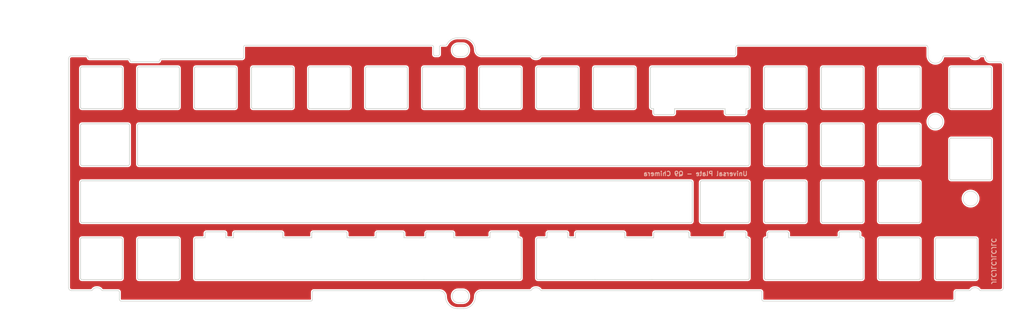
<source format=kicad_pcb>
(kicad_pcb (version 20240108) (generator "pcbnew") (generator_version "8.0")
  (layers (0 "F.Cu" signal) (31 "B.Cu" signal) (34 "B.Paste" user) (35 "F.Paste" user) (36 "B.SilkS" user "B.Silkscreen") (37 "F.SilkS" user "F.Silkscreen") (38 "B.Mask" user) (39 "F.Mask" user) (44 "Edge.Cuts" user))
  (net 0 "")
  (gr_curve (pts (xy 285.010826 92.444424) (xy 285.010826 92.720566) (xy 284.786969 92.944424) (xy 284.510826 92.944424)) (stroke (width 0.25)) (layer "Edge.Cuts"))
  (gr_line (start 264.873862 117.044437) (end 264.873862 115.544437) (stroke (width 0.25)) (layer "Edge.Cuts"))
  (gr_line (start 214.36057 59.894432) (end 227.36057 59.894432) (stroke (width 0.25)) (layer "Edge.Cuts"))
  (gr_line (start 63.466826 56.219437) (end 58.466826 56.219437) (stroke (width 0.2)) (layer "Edge.Cuts"))
  (gr_line (start 176.260834 131.044437) (end 100.06083 131.044437) (stroke (width 0.25)) (layer "Edge.Cuts"))
  (gr_line (start 139.466826 134.719437) (end 181.466828 134.719437) (stroke (width 0.2)) (layer "Edge.Cuts"))
  (gr_line (start 276.923843 73.894432) (end 276.923844 75.394432) (stroke (width 0.25)) (layer "Edge.Cuts"))
  (gr_line (start 180.966826 56.219437) (end 179.966826 56.219437) (stroke (width 0.2)) (layer "Edge.Cuts"))
  (gr_line (start 176.260834 131.044437) (end 208.310834 131.044437) (stroke (width 0.25)) (layer "Edge.Cuts"))
  (gr_line (start 150.073852 115.044437) (end 139.247852 115.044044) (stroke (width 0.25)) (layer "Edge.Cuts"))
  (gr_line (start 61.460575 111.494437) (end 61.460575 98.494437) (stroke (width 0.25)) (layer "Edge.Cuts"))
  (gr_line (start 138.966826 137.719437) (end 138.966826 135.219437) (stroke (width 0.2)) (layer "Edge.Cuts"))
  (gr_curve (pts (xy 195.466826 56.219424) (xy 194.366826 56.219424) (xy 193.466826 55.319424) (xy 193.466826 54.219424)) (stroke (width 0.2)) (layer "Edge.Cuts"))
  (gr_curve (pts (xy 283.423844 75.894432) (xy 283.699987 75.894432) (xy 283.923844 75.670575) (xy 283.923844 75.394432)) (stroke (width 0.25)) (layer "Edge.Cuts"))
  (gr_curve (pts (xy 347.139907 58.718251) (xy 345.771624 58.677154) (xy 344.716805 57.484433) (xy 344.716812 56.115533)) (stroke (width 0.2)) (layer "Edge.Cuts"))
  (gr_curve (pts (xy 94.010567 59.894432) (xy 94.28671 59.894432) (xy 94.510567 60.11829) (xy 94.510567 60.394432)) (stroke (width 0.25)) (layer "Edge.Cuts"))
  (gr_curve (pts (xy 185.716826 54.469437) (xy 185.716826 55.569437) (xy 186.616826 56.469437) (xy 187.716826 56.469437)) (stroke (width 0.2)) (layer "Edge.Cuts"))
  (gr_curve (pts (xy 189.216826 134.469424) (xy 190.316826 134.469424) (xy 191.216826 135.369424) (xy 191.216826 136.469424)) (stroke (width 0.2)) (layer "Edge.Cuts"))
  (gr_curve (pts (xy 260.047844 73.894433) (xy 260.047845 73.894432) (xy 276.923843 73.894432) (xy 276.923843 73.894432)) (stroke (width 0.25)) (layer "Edge.Cuts"))
  (gr_curve (pts (xy 365.97308 73.394432) (xy 365.97308 73.670575) (xy 365.749223 73.894432) (xy 365.47308 73.894432)) (stroke (width 0.25)) (layer "Edge.Cuts"))
  (gr_curve (pts (xy 61.460826 79.444437) (xy 61.460826 79.168295) (xy 61.722756 78.944437) (xy 62.045862 78.944437)) (stroke (width 0.25)) (layer "Edge.Cuts"))
  (gr_curve (pts (xy 328.66058 92.944432) (xy 328.384438 92.944432) (xy 328.16058 92.720575) (xy 328.16058 92.444432)) (stroke (width 0.25)) (layer "Edge.Cuts"))
  (gr_line (start 358.579502 56.21944) (end 350.173981 56.21945) (stroke (width 0.2)) (layer "Edge.Cuts"))
  (gr_line (start 243.410736 117.044043) (end 253.047723 117.044437) (stroke (width 0.25)) (layer "Edge.Cuts"))
  (gr_curve (pts (xy 309.610575 73.894432) (xy 309.334433 73.894432) (xy 309.110575 73.670575) (xy 309.110575 73.394432)) (stroke (width 0.25)) (layer "Edge.Cuts"))
  (gr_curve (pts (xy 156.710575 60.394432) (xy 156.710575 60.11829) (xy 156.934433 59.894432) (xy 157.210575 59.894432)) (stroke (width 0.25)) (layer "Edge.Cuts"))
  (gr_line (start 160.210575 115.544044) (end 160.210575 117.044043) (stroke (width 0.25)) (layer "Edge.Cuts"))
  (gr_curve (pts (xy 94.510567 73.394432) (xy 94.510567 73.670575) (xy 94.28671 73.894432) (xy 94.010567 73.894432)) (stroke (width 0.25)) (layer "Edge.Cuts"))
  (gr_line (start 157.210575 59.894432) (end 170.210575 59.894432) (stroke (width 0.25)) (layer "Edge.Cuts"))
  (gr_line (start 169.123852 115.044044) (end 160.710575 115.044044) (stroke (width 0.25)) (layer "Edge.Cuts"))
  (gr_line (start 341.66058 131.044442) (end 328.66058 131.044442) (stroke (width 0.25)) (layer "Edge.Cuts"))
  (gr_line (start 193.466826 54.219424) (end 193.466826 54.21942) (stroke (width 0.2)) (layer "Edge.Cuts"))
  (gr_curve (pts (xy 328.16058 60.394432) (xy 328.16058 60.11829) (xy 328.384438 59.894432) (xy 328.66058 59.894432)) (stroke (width 0.25)) (layer "Edge.Cuts"))
  (gr_line (start 113.560569 60.394432) (end 113.560569 73.394432) (stroke (width 0.25)) (layer "Edge.Cuts"))
  (gr_line (start 150.573852 117.044437) (end 150.573852 115.544437) (stroke (width 0.25)) (layer "Edge.Cuts"))
  (gr_line (start 365.47308 97.706932) (end 352.47308 97.706932) (stroke (width 0.25)) (layer "Edge.Cuts"))
  (gr_line (start 61.960575 97.994437) (end 265.460575 97.994437) (stroke (width 0.25)) (layer "Edge.Cuts"))
  (gr_curve (pts (xy 361.21056 130.544442) (xy 361.21056 130.820585) (xy 360.986703 131.044442) (xy 360.71056 131.044442)) (stroke (width 0.25)) (layer "Edge.Cuts"))
  (gr_curve (pts (xy 309.610555 111.994432) (xy 309.334413 111.994432) (xy 309.110555 111.770575) (xy 309.110555 111.494432)) (stroke (width 0.25)) (layer "Edge.Cuts"))
  (gr_curve (pts (xy 361.899012 56.517557) (xy 361.708769 56.92424) (xy 361.139508 57.219437) (xy 360.466826 57.219437)) (stroke (width 0.2)) (layer "Edge.Cuts"))
  (gr_curve (pts (xy 74.960572 59.894432) (xy 75.236715 59.894432) (xy 75.460572 60.11829) (xy 75.460572 60.394432)) (stroke (width 0.25)) (layer "Edge.Cuts"))
  (gr_line (start 289.716826 138.219437) (end 353.216826 138.219437) (stroke (width 0.2)) (layer "Edge.Cuts"))
  (gr_line (start 284.510701 117.044437) (end 283.92372 117.044437) (stroke (width 0.25)) (layer "Edge.Cuts"))
  (gr_line (start 304.06057 79.444432) (end 304.06057 92.444432) (stroke (width 0.25)) (layer "Edge.Cuts"))
  (gr_curve (pts (xy 75.460834 130.544437) (xy 75.460834 130.82058) (xy 75.236976 131.044437) (xy 74.960834 131.044437)) (stroke (width 0.25)) (layer "Edge.Cuts"))
  (gr_line (start 226.885744 115.544044) (end 226.885743 117.044044) (stroke (width 0.25)) (layer "Edge.Cuts"))
  (gr_line (start 309.61057 78.944432) (end 322.61057 78.944432) (stroke (width 0.25)) (layer "Edge.Cuts"))
  (gr_line (start 352.47308 83.706932) (end 365.47308 83.706932) (stroke (width 0.25)) (layer "Edge.Cuts"))
  (gr_line (start 175.76057 73.394432) (end 175.76057 60.394432) (stroke (width 0.25)) (layer "Edge.Cuts"))
  (gr_line (start 322.02358 117.044044) (end 322.02358 115.544044) (stroke (width 0.25)) (layer "Edge.Cuts"))
  (gr_line (start 304.060555 98.494432) (end 304.060555 111.494432) (stroke (width 0.25)) (layer "Edge.Cuts"))
  (gr_line (start 68.854151 134.719437) (end 73.966828 134.719437) (stroke (width 0.2)) (layer "Edge.Cuts"))
  (gr_curve (pts (xy 368.966826 134.719437) (xy 369.519111 134.719437) (xy 369.966826 134.271722) (xy 369.966826 133.719437)) (stroke (width 0.2)) (layer "Edge.Cuts"))
  (gr_curve (pts (xy 208.810834 117.544437) (xy 208.810834 117.268295) (xy 208.586977 117.044437) (xy 208.310834 117.044437)) (stroke (width 0.25)) (layer "Edge.Cuts"))
  (gr_curve (pts (xy 80.510829 117.544437) (xy 80.510829 117.268295) (xy 80.734686 117.044437) (xy 81.010829 117.044437)) (stroke (width 0.25)) (layer "Edge.Cuts"))
  (gr_curve (pts (xy 212.284591 56.517507) (xy 212.200778 56.33833) (xy 212.029031 56.219437) (xy 211.83122 56.219437)) (stroke (width 0.2)) (layer "Edge.Cuts"))
  (gr_line (start 160.210575 117.044043) (end 150.573852 117.044437) (stroke (width 0.25)) (layer "Edge.Cuts"))
  (gr_line (start 322.61057 92.944432) (end 309.61057 92.944432) (stroke (width 0.25)) (layer "Edge.Cuts"))
  (gr_line (start 354.216826 134.719437) (end 358.579503 134.719435) (stroke (width 0.2)) (layer "Edge.Cuts"))
  (gr_curve (pts (xy 268.629819 98.494432) (xy 268.629819 98.21829) (xy 268.891749 97.994432) (xy 269.214855 97.994432)) (stroke (width 0.25)) (layer "Edge.Cuts"))
  (gr_curve (pts (xy 283.923721 115.544437) (xy 283.923721 115.268295) (xy 283.699863 115.044437) (xy 283.423721 115.044437)) (stroke (width 0.25)) (layer "Edge.Cuts"))
  (gr_line (start 363.966826 56.719439) (end 363.966826 56.719437) (stroke (width 0.2)) (layer "Edge.Cuts"))
  (gr_curve (pts (xy 290.06057 60.394432) (xy 290.06057 60.11829) (xy 290.284428 59.894432) (xy 290.56057 59.894432)) (stroke (width 0.25)) (layer "Edge.Cuts"))
  (gr_curve (pts (xy 309.110575 60.394432) (xy 309.110575 60.11829) (xy 309.334433 59.894432) (xy 309.610575 59.894432)) (stroke (width 0.25)) (layer "Edge.Cuts"))
  (gr_line (start 94.010829 131.044437) (end 81.010829 131.044437) (stroke (width 0.25)) (layer "Edge.Cuts"))
  (gr_curve (pts (xy 290.56057 73.894432) (xy 290.284428 73.894432) (xy 290.06057 73.670575) (xy 290.06057 73.394432)) (stroke (width 0.25)) (layer "Edge.Cuts"))
  (gr_curve (pts (xy 208.310834 131.044437) (xy 208.586977 131.044437) (xy 208.810834 130.82058) (xy 208.810834 130.544437)) (stroke (width 0.25)) (layer "Edge.Cuts"))
  (gr_line (start 360.71056 131.044442) (end 347.71056 131.044442) (stroke (width 0.25)) (layer "Edge.Cuts"))
  (gr_line (start 284.510826 92.944424) (end 81.010826 92.944424) (stroke (width 0.25)) (layer "Edge.Cuts"))
  (gr_curve (pts (xy 342.160565 111.494432) (xy 342.160565 111.770575) (xy 341.936708 111.994432) (xy 341.660565 111.994432)) (stroke (width 0.25)) (layer "Edge.Cuts"))
  (gr_curve (pts (xy 342.16058 73.394432) (xy 342.16058 73.670575) (xy 341.936723 73.894432) (xy 341.66058 73.894432)) (stroke (width 0.25)) (layer "Edge.Cuts"))
  (gr_line (start 341.66058 92.944432) (end 328.66058 92.944432) (stroke (width 0.25)) (layer "Edge.Cuts"))
  (gr_curve (pts (xy 284.510824 73.894432) (xy 284.786967 73.894432) (xy 285.010824 73.670575) (xy 285.010824 73.394432)) (stroke (width 0.25)) (layer "Edge.Cuts"))
  (gr_line (start 285.010819 98.494432) (end 285.010819 111.494432) (stroke (width 0.25)) (layer "Edge.Cuts"))
  (gr_curve (pts (xy 81.010826 92.944424) (xy 80.734684 92.944424) (xy 80.510826 92.720566) (xy 80.510826 92.444424)) (stroke (width 0.25)) (layer "Edge.Cuts"))
  (gr_line (start 87.966826 57.719437) (end 87.966826 57.719438) (stroke (width 0.2)) (layer "Edge.Cuts"))
  (gr_curve (pts (xy 347.21056 117.544442) (xy 347.21056 117.2683) (xy 347.434418 117.044442) (xy 347.71056 117.044442)) (stroke (width 0.25)) (layer "Edge.Cuts"))
  (gr_curve (pts (xy 351.97308 84.206932) (xy 351.97308 83.93079) (xy 352.196938 83.706932) (xy 352.47308 83.706932)) (stroke (width 0.25)) (layer "Edge.Cuts"))
  (gr_line (start 344.104454 52.719437) (end 281.079199 52.719437) (stroke (width 0.2)) (layer "Edge.Cuts"))
  (gr_curve (pts (xy 160.710575 115.044044) (xy 160.434433 115.044044) (xy 160.210575 115.267901) (xy 160.210575 115.544044)) (stroke (width 0.25)) (layer "Edge.Cuts"))
  (gr_curve (pts (xy 309.11057 79.444432) (xy 309.11057 79.16829) (xy 309.334428 78.944432) (xy 309.61057 78.944432)) (stroke (width 0.25)) (layer "Edge.Cuts"))
  (gr_line (start 246.91058 60.394432) (end 246.91058 73.394432) (stroke (width 0.25)) (layer "Edge.Cuts"))
  (gr_line (start 260.047844 75.394432) (end 260.047844 73.894433) (stroke (width 0.25)) (layer "Edge.Cuts"))
  (gr_curve (pts (xy 181.466828 134.719437) (xy 182.566827 134.719437) (xy 183.466826 135.619437) (xy 183.466826 136.719435)) (stroke (width 0.2)) (layer "Edge.Cuts"))
  (gr_line (start 179.466826 55.719437) (end 179.466826 53.219437) (stroke (width 0.2)) (layer "Edge.Cuts"))
  (gr_curve (pts (xy 281.079199 52.719437) (xy 280.742394 52.719437) (xy 280.466826 52.995005) (xy 280.466826 53.33181)) (stroke (width 0.2)) (layer "Edge.Cuts"))
  (gr_curve (pts (xy 322.610575 59.894432) (xy 322.886718 59.894432) (xy 323.110575 60.11829) (xy 323.110575 60.394432)) (stroke (width 0.25)) (layer "Edge.Cuts"))
  (gr_curve (pts (xy 99.560569 60.394432) (xy 99.560569 60.11829) (xy 99.784427 59.894432) (xy 100.060569 59.894432)) (stroke (width 0.25)) (layer "Edge.Cuts"))
  (gr_curve (pts (xy 61.960834 131.044437) (xy 61.684691 131.044437) (xy 61.460834 130.82058) (xy 61.460834 130.544437)) (stroke (width 0.25)) (layer "Edge.Cuts"))
  (gr_curve (pts (xy 251.960824 73.394432) (xy 251.960824 73.670575) (xy 252.184682 73.894432) (xy 252.460824 73.894432)) (stroke (width 0.25)) (layer "Edge.Cuts"))
  (gr_line (start 279.854454 56.219437) (end 215.604152 56.219439) (stroke (width 0.2)) (layer "Edge.Cuts"))
  (gr_line (start 191.216826 136.469424) (end 191.216826 136.719424) (stroke (width 0.2)) (layer "Edge.Cuts"))
  (gr_line (start 284.510824 59.894432) (end 252.460824 59.894432) (stroke (width 0.25)) (layer "Edge.Cuts"))
  (gr_line (start 276.923721 115.544437) (end 276.92372 117.044437) (stroke (width 0.25)) (layer "Edge.Cuts"))
  (gr_line (start 283.923844 75.394432) (end 283.923844 73.894432) (stroke (width 0.25)) (layer "Edge.Cuts"))
  (gr_curve (pts (xy 193.466826 54.21942) (xy 193.466826 52.019422) (xy 191.666828 50.219424) (xy 189.46683 50.219424)) (stroke (width 0.2)) (layer "Edge.Cuts"))
  (gr_line (start 242.910736 115.044044) (end 227.385744 115.044044) (stroke (width 0.25)) (layer "Edge.Cuts"))
  (gr_line (start 309.610555 97.994432) (end 322.610555 97.994432) (stroke (width 0.25)) (layer "Edge.Cuts"))
  (gr_line (start 285.010826 79.444424) (end 285.010826 92.444424) (stroke (width 0.25)) (layer "Edge.Cuts"))
  (gr_curve (pts (xy 213.716826 133.719437) (xy 214.389534 133.719437) (xy 214.958813 134.014658) (xy 215.149057 134.421362)) (stroke (width 0.2)) (layer "Edge.Cuts"))
  (gr_line (start 156.710575 73.394432) (end 156.710575 60.394432) (stroke (width 0.25)) (layer "Edge.Cuts"))
  (gr_curve (pts (xy 298.14758 115.544044) (xy 298.14758 115.267901) (xy 297.923723 115.044044) (xy 297.64758 115.044044)) (stroke (width 0.25)) (layer "Edge.Cuts"))
  (gr_line (start 341.660565 111.994432) (end 328.660565 111.994432) (stroke (width 0.25)) (layer "Edge.Cuts"))
  (gr_line (start 328.66058 117.044442) (end 341.66058 117.044442) (stroke (width 0.25)) (layer "Edge.Cuts"))
  (gr_curve (pts (xy 181.466826 55.719437) (xy 181.466826 55.994437) (xy 181.241826 56.219437) (xy 180.966826 56.219437)) (stroke (width 0.2)) (layer "Edge.Cuts"))
  (gr_line (start 99.56083 130.544437) (end 99.56083 117.544437) (stroke (width 0.25)) (layer "Edge.Cuts"))
  (gr_line (start 290.560555 97.994432) (end 303.560555 97.994432) (stroke (width 0.25)) (layer "Edge.Cuts"))
  (gr_curve (pts (xy 94.510829 130.544437) (xy 94.510829 130.82058) (xy 94.286971 131.044437) (xy 94.010829 131.044437)) (stroke (width 0.25)) (layer "Edge.Cuts"))
  (gr_line (start 298.14758 117.044043) (end 298.14758 115.544044) (stroke (width 0.25)) (layer "Edge.Cuts"))
  (gr_curve (pts (xy 61.960575 111.994437) (xy 61.684433 111.994437) (xy 61.460575 111.77058) (xy 61.460575 111.494437)) (stroke (width 0.25)) (layer "Edge.Cuts"))
  (gr_curve (pts (xy 214.36057 73.894432) (xy 214.084428 73.894432) (xy 213.86057 73.670575) (xy 213.86057 73.394432)) (stroke (width 0.25)) (layer "Edge.Cuts"))
  (gr_line (start 75.460572 60.394432) (end 75.460572 73.394432) (stroke (width 0.25)) (layer "Edge.Cuts"))
  (gr_curve (pts (xy 365.47308 83.706932) (xy 365.749223 83.706932) (xy 365.97308 83.93079) (xy 365.97308 84.206932)) (stroke (width 0.25)) (layer "Edge.Cuts"))
  (gr_curve (pts (xy 138.466826 138.219437) (xy 138.741826 138.219437) (xy 138.966826 137.994437) (xy 138.966826 137.719437)) (stroke (width 0.2)) (layer "Edge.Cuts"))
  (gr_curve (pts (xy 189.26057 59.894432) (xy 189.536713 59.894432) (xy 189.76057 60.11829) (xy 189.76057 60.394432)) (stroke (width 0.25)) (layer "Edge.Cuts"))
  (gr_line (start 323.110575 60.394432) (end 323.110575 73.394432) (stroke (width 0.25)) (layer "Edge.Cuts"))
  (gr_line (start 80.510567 73.394432) (end 80.510567 60.394432) (stroke (width 0.25)) (layer "Edge.Cuts"))
  (gr_line (start 328.660565 97.994432) (end 341.660565 97.994432) (stroke (width 0.25)) (layer "Edge.Cuts"))
  (gr_curve (pts (xy 322.610555 97.994432) (xy 322.886698 97.994432) (xy 323.110555 98.21829) (xy 323.110555 98.494432)) (stroke (width 0.25)) (layer "Edge.Cuts"))
  (gr_curve (pts (xy 227.36057 59.894432) (xy 227.636713 59.894432) (xy 227.86057 60.11829) (xy 227.86057 60.394432)) (stroke (width 0.25)) (layer "Edge.Cuts"))
  (gr_curve (pts (xy 246.41058 59.894432) (xy 246.686723 59.894432) (xy 246.91058 60.11829) (xy 246.91058 60.394432)) (stroke (width 0.25)) (layer "Edge.Cuts"))
  (gr_line (start 352.47308 59.894432) (end 365.47308 59.894432) (stroke (width 0.25)) (layer "Edge.Cuts"))
  (gr_curve (pts (xy 211.829502 134.719437) (xy 212.027312 134.719437) (xy 212.200778 134.600545) (xy 212.284591 134.421368)) (stroke (width 0.2)) (layer "Edge.Cuts"))
  (gr_curve (pts (xy 113.060569 59.894432) (xy 113.336711 59.894432) (xy 113.560569 60.11829) (xy 113.560569 60.394432)) (stroke (width 0.25)) (layer "Edge.Cuts"))
  (gr_line (start 283.923844 73.894432) (end 284.510824 73.894432) (stroke (width 0.25)) (layer "Edge.Cuts"))
  (gr_curve (pts (xy 259.547844 75.894432) (xy 259.823987 75.894432) (xy 260.047844 75.670575) (xy 260.047844 75.394432)) (stroke (width 0.25)) (layer "Edge.Cuts"))
  (gr_line (start 323.110555 98.494432) (end 323.110555 111.494432) (stroke (width 0.25)) (layer "Edge.Cuts"))
  (gr_curve (pts (xy 170.710575 73.394432) (xy 170.710575 73.670575) (xy 170.486718 73.894432) (xy 170.210575 73.894432)) (stroke (width 0.25)) (layer "Edge.Cuts"))
  (gr_curve (pts (xy 138.966826 135.219437) (xy 138.966826 134.944437) (xy 139.191826 134.719437) (xy 139.466826 134.719437)) (stroke (width 0.2)) (layer "Edge.Cuts"))
  (gr_curve (pts (xy 151.160565 59.894432) (xy 151.436708 59.894432) (xy 151.660565 60.11829) (xy 151.660565 60.394432)) (stroke (width 0.25)) (layer "Edge.Cuts"))
  (gr_line (start 115.966826 56.719437) (end 115.966826 56.719438) (stroke (width 0.2)) (layer "Edge.Cuts"))
  (gr_curve (pts (xy 290.06057 79.444432) (xy 290.06057 79.16829) (xy 290.284428 78.944432) (xy 290.56057 78.944432)) (stroke (width 0.25)) (layer "Edge.Cuts"))
  (gr_line (start 103.060848 115.544044) (end 103.060847 117.044044) (stroke (width 0.25)) (layer "Edge.Cuts"))
  (gr_line (start 232.91058 73.394432) (end 232.91058 60.394432) (stroke (width 0.25)) (layer "Edge.Cuts"))
  (gr_curve (pts (xy 215.604152 56.219439) (xy 215.406324 56.219439) (xy 215.232852 56.338349) (xy 215.149029 56.51754)) (stroke (width 0.2)) (layer "Edge.Cuts"))
  (gr_line (start 217.860832 115.044437) (end 223.860832 115.044437) (stroke (width 0.25)) (layer "Edge.Cuts"))
  (gr_curve (pts (xy 94.010829 117.044437) (xy 94.286971 117.044437) (xy 94.510829 117.268295) (xy 94.510829 117.544437)) (stroke (width 0.25)) (layer "Edge.Cuts"))
  (gr_curve (pts (xy 213.86057 60.394432) (xy 213.86057 60.11829) (xy 214.084428 59.894432) (xy 214.36057 59.894432)) (stroke (width 0.25)) (layer "Edge.Cuts"))
  (gr_line (start 351.97308 97.206932) (end 351.97308 84.206932) (stroke (width 0.25)) (layer "Edge.Cuts"))
  (gr_curve (pts (xy 57.466826 133.719437) (xy 57.466826 134.271722) (xy 57.914542 134.719437) (xy 58.466826 134.719437)) (stroke (width 0.2)) (layer "Edge.Cuts"))
  (gr_line (start 213.860832 130.544437) (end 213.860832 117.544437) (stroke (width 0.25)) (layer "Edge.Cuts"))
  (gr_curve (pts (xy 208.31057 59.894432) (xy 208.586713 59.894432) (xy 208.81057 60.11829) (xy 208.81057 60.394432)) (stroke (width 0.25)) (layer "Edge.Cuts"))
  (gr_curve (pts (xy 284.425784 97.994432) (xy 284.74889 97.994432) (xy 285.010819 98.21829) (xy 285.010819 98.494432)) (stroke (width 0.25)) (layer "Edge.Cuts"))
  (gr_line (start 280.466826 53.33181) (end 280.466826 55.607065) (stroke (width 0.2)) (layer "Edge.Cuts"))
  (gr_line (start 369.966826 133.719437) (end 369.966826 59.219437) (stroke (width 0.2)) (layer "Edge.Cuts"))
  (gr_curve (pts (xy 187.716826 52.219437) (xy 186.616826 52.219437) (xy 185.716826 53.119437) (xy 185.716826 54.219437)) (stroke (width 0.2)) (layer "Edge.Cuts"))
  (gr_line (start 214.360832 117.044437) (end 217.360832 117.044437) (stroke (width 0.25)) (layer "Edge.Cuts"))
  (gr_line (start 341.66058 73.894432) (end 328.66058 73.894432) (stroke (width 0.25)) (layer "Edge.Cuts"))
  (gr_curve (pts (xy 341.66058 78.944432) (xy 341.936723 78.944432) (xy 342.16058 79.16829) (xy 342.16058 79.444432)) (stroke (width 0.25)) (layer "Edge.Cuts"))
  (gr_curve (pts (xy 304.06057 92.444432) (xy 304.06057 92.720575) (xy 303.836713 92.944432) (xy 303.56057 92.944432)) (stroke (width 0.25)) (layer "Edge.Cuts"))
  (gr_curve (pts (xy 65.534608 134.421351) (xy 65.724851 134.014652) (xy 66.294126 133.719437) (xy 66.966826 133.719437)) (stroke (width 0.2)) (layer "Edge.Cuts"))
  (gr_curve (pts (xy 63.966826 56.719437) (xy 63.966826 56.444437) (xy 63.741826 56.219437) (xy 63.466826 56.219437)) (stroke (width 0.2)) (layer "Edge.Cuts"))
  (gr_curve (pts (xy 186.260834 115.544437) (xy 186.260834 115.268295) (xy 186.036977 115.044437) (xy 185.760834 115.044437)) (stroke (width 0.25)) (layer "Edge.Cuts"))
  (gr_line (start 74.960834 131.044437) (end 61.960834 131.044437) (stroke (width 0.25)) (layer "Edge.Cuts"))
  (gr_curve (pts (xy 65.079502 134.719437) (xy 65.277321 134.719437) (xy 65.45079 134.600535) (xy 65.534608 134.421351)) (stroke (width 0.2)) (layer "Edge.Cuts"))
  (gr_curve (pts (xy 61.960572 73.894432) (xy 61.68443 73.894432) (xy 61.460572 73.670575) (xy 61.460572 73.394432)) (stroke (width 0.25)) (layer "Edge.Cuts"))
  (gr_line (start 309.11057 92.444432) (end 309.11057 79.444432) (stroke (width 0.25)) (layer "Edge.Cuts"))
  (gr_curve (pts (xy 75.460572 73.394432) (xy 75.460572 73.670575) (xy 75.236715 73.894432) (xy 74.960572 73.894432)) (stroke (width 0.25)) (layer "Edge.Cuts"))
  (gr_curve (pts (xy 150.573852 115.544437) (xy 150.573852 115.268294) (xy 150.349995 115.044437) (xy 150.073852 115.044437)) (stroke (width 0.25)) (layer "Edge.Cuts"))
  (gr_line (start 74.466826 135.219436) (end 74.466826 137.719437) (stroke (width 0.2)) (layer "Edge.Cuts"))
  (gr_line (start 115.966826 53.219437) (end 115.966826 56.719437) (stroke (width 0.2)) (layer "Edge.Cuts"))
  (gr_curve (pts (xy 290.560555 111.994432) (xy 290.284413 111.994432) (xy 290.060555 111.770575) (xy 290.060555 111.494432)) (stroke (width 0.25)) (layer "Edge.Cuts"))
  (gr_curve (pts (xy 253.547721 115.044437) (xy 253.271579 115.044437) (xy 253.047721 115.268295) (xy 253.047721 115.544437)) (stroke (width 0.25)) (layer "Edge.Cuts"))
  (gr_line (start 185.716826 136.719424) (end 185.716826 136.469424) (stroke (width 0.2)) (layer "Edge.Cuts"))
  (gr_line (start 224.360832 115.544437) (end 224.360832 117.044437) (stroke (width 0.25)) (layer "Edge.Cuts"))
  (gr_line (start 290.060555 111.494432) (end 290.060555 98.494432) (stroke (width 0.25)) (layer "Edge.Cuts"))
  (gr_curve (pts (xy 215.149029 56.51754) (xy 214.958786 56.924232) (xy 214.389518 57.219437) (xy 213.716826 57.219437)) (stroke (width 0.2)) (layer "Edge.Cuts"))
  (gr_line (start 224.360832 117.044437) (end 226.885743 117.044044) (stroke (width 0.25)) (layer "Edge.Cuts"))
  (gr_line (start 151.660565 60.394432) (end 151.660565 73.394432) (stroke (width 0.25)) (layer "Edge.Cuts"))
  (gr_curve (pts (xy 323.11056 117.544044) (xy 323.11056 117.267901) (xy 322.886703 117.044044) (xy 322.61056 117.044044)) (stroke (width 0.25)) (layer "Edge.Cuts"))
  (gr_curve (pts (xy 365.466824 58.219437) (xy 364.641826 58.219437) (xy 363.966826 57.544438) (xy 363.966826 56.719439)) (stroke (width 0.2)) (layer "Edge.Cuts"))
  (gr_curve (pts (xy 365.97308 97.206932) (xy 365.97308 97.483075) (xy 365.749223 97.706932) (xy 365.47308 97.706932)) (stroke (width 0.25)) (layer "Edge.Cuts"))
  (gr_curve (pts (xy 61.460834 117.544437) (xy 61.460834 117.268295) (xy 61.684691 117.044437) (xy 61.960834 117.044437)) (stroke (width 0.25)) (layer "Edge.Cuts"))
  (gr_curve (pts (xy 177.347854 115.044437) (xy 177.071712 115.044437) (xy 176.847854 115.268295) (xy 176.847854 115.544437)) (stroke (width 0.25)) (layer "Edge.Cuts"))
  (gr_curve (pts (xy 187.716826 138.719424) (xy 186.616826 138.719424) (xy 185.716826 137.819424) (xy 185.716826 136.719424)) (stroke (width 0.2)) (layer "Edge.Cuts"))
  (gr_curve (pts (xy 175.76057 60.394432) (xy 175.76057 60.11829) (xy 175.984428 59.894432) (xy 176.26057 59.894432)) (stroke (width 0.25)) (layer "Edge.Cuts"))
  (gr_line (start 253.547844 75.894432) (end 259.547844 75.894432) (stroke (width 0.25)) (layer "Edge.Cuts"))
  (gr_line (start 170.210575 73.894432) (end 157.210575 73.894432) (stroke (width 0.25)) (layer "Edge.Cuts"))
  (gr_curve (pts (xy 189.216826 56.469437) (xy 190.316826 56.469437) (xy 191.216826 55.569437) (xy 191.216826 54.469437)) (stroke (width 0.2)) (layer "Edge.Cuts"))
  (gr_line (start 290.06057 92.444432) (end 290.06057 79.444432) (stroke (width 0.25)) (layer "Edge.Cuts"))
  (gr_curve (pts (xy 280.466826 55.607065) (xy 280.466826 55.94387) (xy 280.191259 56.219437) (xy 279.854454 56.219437)) (stroke (width 0.2)) (layer "Edge.Cuts"))
  (gr_curve (pts (xy 322.02358 115.544044) (xy 322.02358 115.267901) (xy 321.799723 115.044044) (xy 321.52358 115.044044)) (stroke (width 0.25)) (layer "Edge.Cuts"))
  (gr_curve (pts (xy 360.466826 133.719437) (xy 361.139505 133.719437) (xy 361.708763 134.014632) (xy 361.899006 134.421313)) (stroke (width 0.2)) (layer "Edge.Cuts"))
  (gr_line (start 61.960834 117.044437) (end 74.960834 117.044437) (stroke (width 0.25)) (layer "Edge.Cuts"))
  (gr_curve (pts (xy 88.466825 57.219437) (xy 88.191826 57.219437) (xy 87.966826 57.444437) (xy 87.966826 57.719437)) (stroke (width 0.2)) (layer "Edge.Cuts"))
  (gr_curve (pts (xy 232.91058 60.394432) (xy 232.91058 60.11829) (xy 233.134438 59.894432) (xy 233.41058 59.894432)) (stroke (width 0.25)) (layer "Edge.Cuts"))
  (gr_curve (pts (xy 227.385744 115.044044) (xy 227.109602 115.044044) (xy 226.885744 115.267902) (xy 226.885744 115.544044)) (stroke (width 0.25)) (layer "Edge.Cuts"))
  (gr_curve (pts (xy 227.86057 73.394432) (xy 227.86057 73.670575) (xy 227.636713 73.894432) (xy 227.36057 73.894432)) (stroke (width 0.25)) (layer "Edge.Cuts"))
  (gr_curve (pts (xy 285.010819 111.494432) (xy 285.010819 111.770575) (xy 284.74889 111.994432) (xy 284.425784 111.994432)) (stroke (width 0.25)) (layer "Edge.Cuts"))
  (gr_curve (pts (xy 74.960834 117.044437) (xy 75.236976 117.044437) (xy 75.460834 117.268295) (xy 75.460834 117.544437)) (stroke (width 0.25)) (layer "Edge.Cuts"))
  (gr_line (start 365.47308 73.894432) (end 352.47308 73.894432) (stroke (width 0.25)) (layer "Edge.Cuts"))
  (gr_line (start 183.429441 52.719106) (end 181.966717 52.719435) (stroke (width 0.2)) (layer "Edge.Cuts"))
  (gr_curve (pts (xy 328.660565 111.994432) (xy 328.384423 111.994432) (xy 328.160565 111.770575) (xy 328.160565 111.494432)) (stroke (width 0.25)) (layer "Edge.Cuts"))
  (gr_curve (pts (xy 128.610832 115.044044) (xy 128.886974 115.044044) (xy 129.110832 115.267901) (xy 129.110832 115.544044)) (stroke (width 0.25)) (layer "Edge.Cuts"))
  (gr_curve (pts (xy 369.966826 59.219437) (xy 369.966826 58.669437) (xy 369.516826 58.219437) (xy 368.966826 58.219437)) (stroke (width 0.2)) (layer "Edge.Cuts"))
  (gr_line (start 109.560848 115.044044) (end 103.560848 115.044044) (stroke (width 0.25)) (layer "Edge.Cuts"))
  (gr_line (start 183.466826 136.719435) (end 183.466826 136.719441) (stroke (width 0.2)) (layer "Edge.Cuts"))
  (gr_line (start 342.160565 98.494432) (end 342.160565 111.494432) (stroke (width 0.25)) (layer "Edge.Cuts"))
  (gr_curve (pts (xy 253.047844 75.394432) (xy 253.047844 75.670575) (xy 253.271702 75.894432) (xy 253.547844 75.894432)) (stroke (width 0.25)) (layer "Edge.Cuts"))
  (gr_line (start 61.460834 130.544437) (end 61.460834 117.544437) (stroke (width 0.25)) (layer "Edge.Cuts"))
  (gr_line (start 246.41058 73.894432) (end 233.41058 73.894432) (stroke (width 0.25)) (layer "Edge.Cuts"))
  (gr_line (start 189.26057 73.894432) (end 176.26057 73.894432) (stroke (width 0.25)) (layer "Edge.Cuts"))
  (gr_line (start 129.110832 117.044435) (end 138.160832 117.044044) (stroke (width 0.25)) (layer "Edge.Cuts"))
  (gr_line (start 176.26057 59.894432) (end 189.26057 59.894432) (stroke (width 0.25)) (layer "Edge.Cuts"))
  (gr_curve (pts (xy 187.466822 50.219424) (xy 185.901109 50.219424) (xy 184.537996 51.131124) (xy 183.882205 52.449898)) (stroke (width 0.2)) (layer "Edge.Cuts"))
  (gr_curve (pts (xy 181.966717 52.719435) (xy 181.691777 52.719496) (xy 181.466826 52.944498) (xy 181.466826 53.219437)) (stroke (width 0.2)) (layer "Edge.Cuts"))
  (gr_line (start 353.716826 137.719437) (end 353.716826 135.219437) (stroke (width 0.2)) (layer "Edge.Cuts"))
  (gr_line (start 100.060569 59.894432) (end 113.060569 59.894432) (stroke (width 0.25)) (layer "Edge.Cuts"))
  (gr_curve (pts (xy 309.110555 98.494432) (xy 309.110555 98.21829) (xy 309.334413 97.994432) (xy 309.610555 97.994432)) (stroke (width 0.25)) (layer "Edge.Cuts"))
  (gr_curve (pts (xy 290.060555 98.494432) (xy 290.060555 98.21829) (xy 290.284413 97.994432) (xy 290.560555 97.994432)) (stroke (width 0.25)) (layer "Edge.Cuts"))
  (gr_line (start 187.716826 134.469424) (end 189.216826 134.469424) (stroke (width 0.2)) (layer "Edge.Cuts"))
  (gr_line (start 322.610575 73.894432) (end 309.610575 73.894432) (stroke (width 0.25)) (layer "Edge.Cuts"))
  (gr_curve (pts (xy 269.214855 111.994432) (xy 268.891749 111.994432) (xy 268.629819 111.770575) (xy 268.629819 111.494432)) (stroke (width 0.25)) (layer "Edge.Cuts"))
  (gr_curve (pts (xy 115.966826 56.719438) (xy 115.966826 56.994438) (xy 115.741826 57.219437) (xy 115.466826 57.219437)) (stroke (width 0.2)) (layer "Edge.Cuts"))
  (gr_line (start 87.466826 58.219437) (end 78.466825 58.219437) (stroke (width 0.2)) (layer "Edge.Cuts"))
  (gr_curve (pts (xy 288.716826 134.719437) (xy 288.991826 134.719437) (xy 289.216826 134.944438) (xy 289.216826 135.219438)) (stroke (width 0.2)) (layer "Edge.Cuts"))
  (gr_curve (pts (xy 276.923844 75.394432) (xy 276.923844 75.670575) (xy 277.147702 75.894432) (xy 277.423844 75.894432)) (stroke (width 0.25)) (layer "Edge.Cuts"))
  (gr_line (start 342.16058 79.444432) (end 342.16058 92.444432) (stroke (width 0.25)) (layer "Edge.Cuts"))
  (gr_line (start 363.466827 56.219438) (end 362.354151 56.219439) (stroke (width 0.2)) (layer "Edge.Cuts"))
  (gr_line (start 290.06057 73.394432) (end 290.06057 60.394432) (stroke (width 0.25)) (layer "Edge.Cuts"))
  (gr_line (start 198.310767 117.044044) (end 186.260834 117.044437) (stroke (width 0.25)) (layer "Edge.Cuts"))
  (gr_curve (pts (xy 103.560848 115.044044) (xy 103.284706 115.044044) (xy 103.060848 115.267902) (xy 103.060848 115.544044)) (stroke (width 0.25)) (layer "Edge.Cuts"))
  (gr_curve (pts (xy 252.460824 59.894432) (xy 252.184682 59.894432) (xy 251.960824 60.11829) (xy 251.960824 60.394432)) (stroke (width 0.25)) (layer "Edge.Cuts"))
  (gr_line (start 120.197852 115.044437) (end 128.610832 115.044044) (stroke (width 0.25)) (layer "Edge.Cuts"))
  (gr_line (start 120.197852 115.044437) (end 113.08584 115.044044) (stroke (width 0.25)) (layer "Edge.Cuts"))
  (gr_curve (pts (xy 118.61057 60.394432) (xy 118.61057 60.11829) (xy 118.834428 59.894432) (xy 119.11057 59.894432)) (stroke (width 0.25)) (layer "Edge.Cuts"))
  (gr_curve (pts (xy 170.210575 59.894432) (xy 170.486718 59.894432) (xy 170.710575 60.11829) (xy 170.710575 60.394432)) (stroke (width 0.25)) (layer "Edge.Cuts"))
  (gr_curve (pts (xy 246.91058 73.394432) (xy 246.91058 73.670575) (xy 246.686723 73.894432) (xy 246.41058 73.894432)) (stroke (width 0.25)) (layer "Edge.Cuts"))
  (gr_curve (pts (xy 323.110575 73.394432) (xy 323.110575 73.670575) (xy 322.886718 73.894432) (xy 322.610575 73.894432)) (stroke (width 0.25)) (layer "Edge.Cuts"))
  (gr_curve (pts (xy 291.64758 115.044044) (xy 291.371438 115.044044) (xy 291.14758 115.267901) (xy 291.14758 115.544044)) (stroke (width 0.25)) (layer "Edge.Cuts"))
  (gr_curve (pts (xy 193.466826 136.719437) (xy 193.466826 135.619437) (xy 194.366826 134.719437) (xy 195.466826 134.719437)) (stroke (width 0.2)) (layer "Edge.Cuts"))
  (gr_line (start 323.11057 79.444432) (end 323.11057 92.444432) (stroke (width 0.25)) (layer "Edge.Cuts"))
  (gr_line (start 176.847856 117.044437) (end 176.260834 117.044437) (stroke (width 0.25)) (layer "Edge.Cuts"))
  (gr_curve (pts (xy 208.81057 73.394432) (xy 208.81057 73.670575) (xy 208.586713 73.894432) (xy 208.31057 73.894432)) (stroke (width 0.25)) (layer "Edge.Cuts"))
  (gr_curve (pts (xy 61.460575 98.494437) (xy 61.460575 98.218295) (xy 61.684433 97.994437) (xy 61.960575 97.994437)) (stroke (width 0.25)) (layer "Edge.Cuts"))
  (gr_curve (pts (xy 179.466826 53.219437) (xy 179.466826 52.944437) (xy 179.241826 52.719437) (xy 178.966826 52.719437)) (stroke (width 0.2)) (layer "Edge.Cuts"))
  (gr_line (start 351.97308 73.394432) (end 351.97308 60.394432) (stroke (width 0.25)) (layer "Edge.Cuts"))
  (gr_line (start 290.06056 117.544044) (end 290.06056 130.544044) (stroke (width 0.25)) (layer "Edge.Cuts"))
  (gr_circle (center 347.216826 78.219437) (end 349.716826 78.219437) (stroke (width 0.2)) (fill none) (layer "Edge.Cuts"))
  (gr_curve (pts (xy 80.510567 60.394432) (xy 80.510567 60.11829) (xy 80.734425 59.894432) (xy 81.010567 59.894432)) (stroke (width 0.25)) (layer "Edge.Cuts"))
  (gr_curve (pts (xy 157.210575 73.894432) (xy 156.934433 73.894432) (xy 156.710575 73.670575) (xy 156.710575 73.394432)) (stroke (width 0.25)) (layer "Edge.Cuts"))
  (gr_curve (pts (xy 151.660565 73.394432) (xy 151.660565 73.670575) (xy 151.436708 73.894432) (xy 151.160565 73.894432)) (stroke (width 0.25)) (layer "Edge.Cuts"))
  (gr_curve (pts (xy 341.660565 97.994432) (xy 341.936708 97.994432) (xy 342.160565 98.21829) (xy 342.160565 98.494432)) (stroke (width 0.25)) (layer "Edge.Cuts"))
  (gr_curve (pts (xy 223.860832 115.044437) (xy 224.136974 115.044437) (xy 224.360832 115.268295) (xy 224.360832 115.544437)) (stroke (width 0.25)) (layer "Edge.Cuts"))
  (gr_line (start 304.06057 60.394432) (end 304.06057 73.394432) (stroke (width 0.25)) (layer "Edge.Cuts"))
  (gr_curve (pts (xy 87.966826 57.719438) (xy 87.966826 57.994438) (xy 87.741826 58.219437) (xy 87.466826 58.219437)) (stroke (width 0.2)) (layer "Edge.Cuts"))
  (gr_curve (pts (xy 100.060569 73.894432) (xy 99.784427 73.894432) (xy 99.560569 73.670575) (xy 99.560569 73.394432)) (stroke (width 0.25)) (layer "Edge.Cuts"))
  (gr_line (start 309.110555 111.494432) (end 309.110555 98.494432) (stroke (width 0.25)) (layer "Edge.Cuts"))
  (gr_line (start 322.610555 111.994432) (end 309.610555 111.994432) (stroke (width 0.25)) (layer "Edge.Cuts"))
  (gr_curve (pts (xy 322.61057 78.944432) (xy 322.886713 78.944432) (xy 323.11057 79.16829) (xy 323.11057 79.444432)) (stroke (width 0.25)) (layer "Edge.Cuts"))
  (gr_curve (pts (xy 100.06083 131.044437) (xy 99.784688 131.044437) (xy 99.56083 130.82058) (xy 99.56083 130.544437)) (stroke (width 0.25)) (layer "Edge.Cuts"))
  (gr_curve (pts (xy 78.466825 58.219437) (xy 78.191826 58.219437) (xy 77.966826 57.994438) (xy 77.966826 57.719438)) (stroke (width 0.2)) (layer "Edge.Cuts"))
  (gr_line (start 233.41058 59.894432) (end 246.41058 59.894432) (stroke (width 0.25)) (layer "Edge.Cuts"))
  (gr_curve (pts (xy 139.247852 115.044044) (xy 138.971709 115.044044) (xy 138.747852 115.267901) (xy 138.747852 115.544044)) (stroke (width 0.25)) (layer "Edge.Cuts"))
  (gr_line (start 137.660565 73.394432) (end 137.660565 60.394432) (stroke (width 0.25)) (layer "Edge.Cuts"))
  (gr_curve (pts (xy 322.61056 131.044044) (xy 322.886703 131.044044) (xy 323.11056 130.820186) (xy 323.11056 130.544044)) (stroke (width 0.25)) (layer "Edge.Cuts"))
  (gr_curve (pts (xy 341.66058 59.894432) (xy 341.936723 59.894432) (xy 342.16058 60.11829) (xy 342.16058 60.394432)) (stroke (width 0.25)) (layer "Edge.Cuts"))
  (gr_line (start 276.92372 117.044437) (end 264.873862 117.044437) (stroke (width 0.25)) (layer "Edge.Cuts"))
  (gr_curve (pts (xy 243.410736 115.544044) (xy 243.410736 115.267901) (xy 243.186879 115.044044) (xy 242.910736 115.044044)) (stroke (width 0.25)) (layer "Edge.Cuts"))
  (gr_line (start 61.460826 92.444437) (end 61.460826 79.444437) (stroke (width 0.25)) (layer "Edge.Cuts"))
  (gr_line (start 309.110575 73.394432) (end 309.110575 60.394432) (stroke (width 0.25)) (layer "Edge.Cuts"))
  (gr_line (start 189.216826 138.719424) (end 187.716826 138.719424) (stroke (width 0.2)) (layer "Edge.Cuts"))
  (gr_curve (pts (xy 351.97308 60.394432) (xy 351.97308 60.11829) (xy 352.196938 59.894432) (xy 352.47308 59.894432)) (stroke (width 0.25)) (layer "Edge.Cuts"))
  (gr_line (start 208.810834 130.544437) (end 208.810834 117.544437) (stroke (width 0.25)) (layer "Edge.Cuts"))
  (gr_line (start 283.423721 115.044437) (end 277.423721 115.044437) (stroke (width 0.25)) (layer "Edge.Cuts"))
  (gr_line (start 328.16058 92.444432) (end 328.16058 79.444432) (stroke (width 0.25)) (layer "Edge.Cuts"))
  (gr_line (start 110.060847 117.044044) (end 112.585839 117.044044) (stroke (width 0.25)) (layer "Edge.Cuts"))
  (gr_line (start 195.466826 134.719437) (end 211.829502 134.719437) (stroke (width 0.2)) (layer "Edge.Cuts"))
  (gr_line (start 252.460824 73.894432) (end 253.047846 73.894432) (stroke (width 0.25)) (layer "Edge.Cuts"))
  (gr_line (start 207.223854 115.044437) (end 198.810768 115.044044) (stroke (width 0.25)) (layer "Edge.Cuts"))
  (gr_line (start 322.61056 117.044044) (end 322.02358 117.044044) (stroke (width 0.25)) (layer "Edge.Cuts"))
  (gr_line (start 77.841826 79.444437) (end 77.841826 92.444437) (stroke (width 0.25)) (layer "Edge.Cuts"))
  (gr_curve (pts (xy 284.510701 131.044437) (xy 284.786843 131.044437) (xy 285.010701 130.82058) (xy 285.010701 130.544437)) (stroke (width 0.25)) (layer "Edge.Cuts"))
  (gr_curve (pts (xy 328.16058 79.444432) (xy 328.16058 79.16829) (xy 328.384438 78.944432) (xy 328.66058 78.944432)) (stroke (width 0.25)) (layer "Edge.Cuts"))
  (gr_curve (pts (xy 360.71056 117.044442) (xy 360.986703 117.044442) (xy 361.21056 117.2683) (xy 361.21056 117.544442)) (stroke (width 0.25)) (layer "Edge.Cuts"))
  (gr_curve (pts (xy 195.31057 73.894432) (xy 195.034428 73.894432) (xy 194.81057 73.670575) (xy 194.81057 73.394432)) (stroke (width 0.25)) (layer "Edge.Cuts"))
  (gr_curve (pts (xy 179.966826 56.219437) (xy 179.691826 56.219437) (xy 179.466826 55.994437) (xy 179.466826 55.719437)) (stroke (width 0.2)) (layer "Edge.Cuts"))
  (gr_curve (pts (xy 323.110555 111.494432) (xy 323.110555 111.770575) (xy 322.886698 111.994432) (xy 322.610555 111.994432)) (stroke (width 0.25)) (layer "Edge.Cuts"))
  (gr_line (start 62.045862 78.944437) (end 77.256791 78.944437) (stroke (width 0.25)) (layer "Edge.Cuts"))
  (gr_line (start 368.966826 58.219437) (end 365.466824 58.219437) (stroke (width 0.2)) (layer "Edge.Cuts"))
  (gr_line (start 207.723854 117.044437) (end 207.723854 115.544437) (stroke (width 0.25)) (layer "Edge.Cuts"))
  (gr_curve (pts (xy 361.899006 134.421313) (xy 361.982835 134.600514) (xy 362.156312 134.719435) (xy 362.354151 134.719435)) (stroke (width 0.2)) (layer "Edge.Cuts"))
  (gr_line (start 328.66058 78.944432) (end 341.66058 78.944432) (stroke (width 0.25)) (layer "Edge.Cuts"))
  (gr_curve (pts (xy 113.560569 73.394432) (xy 113.560569 73.670575) (xy 113.336711 73.894432) (xy 113.060569 73.894432)) (stroke (width 0.25)) (layer "Edge.Cuts"))
  (gr_line (start 170.710575 60.394432) (end 170.710575 73.394432) (stroke (width 0.25)) (layer "Edge.Cuts"))
  (gr_line (start 193.466826 136.719443) (end 193.466826 136.719437) (stroke (width 0.2)) (layer "Edge.Cuts"))
  (gr_line (start 75.460834 117.544437) (end 75.460834 130.544437) (stroke (width 0.25)) (layer "Edge.Cuts"))
  (gr_curve (pts (xy 110.060848 115.544044) (xy 110.060848 115.267902) (xy 109.83699 115.044044) (xy 109.560848 115.044044)) (stroke (width 0.25)) (layer "Edge.Cuts"))
  (gr_curve (pts (xy 285.010824 60.394432) (xy 285.010824 60.11829) (xy 284.786967 59.894432) (xy 284.510824 59.894432)) (stroke (width 0.25)) (layer "Edge.Cuts"))
  (gr_line (start 118.61057 73.394432) (end 118.61057 60.394432) (stroke (width 0.25)) (layer "Edge.Cuts"))
  (gr_line (start 187.466822 140.719437) (end 189.466833 140.719437) (stroke (width 0.2)) (layer "Edge.Cuts"))
  (gr_line (start 185.760834 115.044437) (end 177.347854 115.044437) (stroke (width 0.25)) (layer "Edge.Cuts"))
  (gr_line (start 268.629819 111.494432) (end 268.629819 98.494432) (stroke (width 0.25)) (layer "Edge.Cuts"))
  (gr_line (start 365.97308 84.206932) (end 365.97308 97.206932) (stroke (width 0.25)) (layer "Edge.Cuts"))
  (gr_line (start 151.160565 73.894432) (end 138.160565 73.894432) (stroke (width 0.25)) (layer "Edge.Cuts"))
  (gr_line (start 315.02358 115.544044) (end 315.02358 117.044044) (stroke (width 0.25)) (layer "Edge.Cuts"))
  (gr_curve (pts (xy 303.56057 78.944432) (xy 303.836713 78.944432) (xy 304.06057 79.16829) (xy 304.06057 79.444432)) (stroke (width 0.25)) (layer "Edge.Cuts"))
  (gr_curve (pts (xy 265.960575 111.494437) (xy 265.960575 111.77058) (xy 265.736718 111.994437) (xy 265.460575 111.994437)) (stroke (width 0.25)) (layer "Edge.Cuts"))
  (gr_curve (pts (xy 214.360832 131.044437) (xy 214.084689 131.044437) (xy 213.860832 130.82058) (xy 213.860832 130.544437)) (stroke (width 0.25)) (layer "Edge.Cuts"))
  (gr_curve (pts (xy 253.047721 115.544437) (xy 253.047721 115.544437) (xy 253.047721 117.044437) (xy 253.047723 117.044437)) (stroke (width 0.25)) (layer "Edge.Cuts"))
  (gr_line (start 277.423844 75.894432) (end 283.423844 75.894432) (stroke (width 0.25)) (layer "Edge.Cuts"))
  (gr_curve (pts (xy 198.810768 115.044044) (xy 198.534626 115.044044) (xy 198.310768 115.267902) (xy 198.310768 115.544044)) (stroke (width 0.25)) (layer "Edge.Cuts"))
  (gr_curve (pts (xy 116.466826 52.719437) (xy 116.191827 52.719437) (xy 115.966827 52.944437) (xy 115.966826 53.219437)) (stroke (width 0.2)) (layer "Edge.Cuts"))
  (gr_curve (pts (xy 284.510826 78.944424) (xy 284.786969 78.944424) (xy 285.010826 79.168282) (xy 285.010826 79.444424)) (stroke (width 0.25)) (layer "Edge.Cuts"))
  (gr_line (start 315.02358 117.044044) (end 298.14758 117.044043) (stroke (width 0.25)) (layer "Edge.Cuts"))
  (gr_line (start 283.92372 117.044437) (end 283.923721 115.544437) (stroke (width 0.25)) (layer "Edge.Cuts"))
  (gr_curve (pts (xy 211.83122 56.219437) (xy 209.326404 56.219437) (xy 195.466827 56.219436) (xy 195.466826 56.219424)) (stroke (width 0.2)) (layer "Edge.Cuts"))
  (gr_curve (pts (xy 137.660565 60.394432) (xy 137.660565 60.11829) (xy 137.884423 59.894432) (xy 138.160565 59.894432)) (stroke (width 0.25)) (layer "Edge.Cuts"))
  (gr_line (start 265.460575 111.994437) (end 61.960575 111.994437) (stroke (width 0.25)) (layer "Edge.Cuts"))
  (gr_line (start 100.06083 117.044437) (end 103.060847 117.044044) (stroke (width 0.25)) (layer "Edge.Cuts"))
  (gr_line (start 243.410736 117.044043) (end 243.410736 115.544044) (stroke (width 0.25)) (layer "Edge.Cuts"))
  (gr_curve (pts (xy 189.466833 140.719437) (xy 191.666829 140.719437) (xy 193.466827 138.91944) (xy 193.466826 136.719443)) (stroke (width 0.2)) (layer "Edge.Cuts"))
  (gr_curve (pts (xy 290.56057 92.944432) (xy 290.284428 92.944432) (xy 290.06057 92.720575) (xy 290.06057 92.444432)) (stroke (width 0.25)) (layer "Edge.Cuts"))
  (gr_curve (pts (xy 290.56056 117.044044) (xy 290.284418 117.044044) (xy 290.06056 117.267901) (xy 290.06056 117.544044)) (stroke (width 0.25)) (layer "Edge.Cuts"))
  (gr_line (start 309.610575 59.894432) (end 322.610575 59.894432) (stroke (width 0.25)) (layer "Edge.Cuts"))
  (gr_curve (pts (xy 169.623852 115.544044) (xy 169.623852 115.267901) (xy 169.399994 115.044044) (xy 169.123852 115.044044)) (stroke (width 0.25)) (layer "Edge.Cuts"))
  (gr_curve (pts (xy 62.045862 92.944437) (xy 61.722756 92.944437) (xy 61.460826 92.72058) (xy 61.460826 92.444437)) (stroke (width 0.25)) (layer "Edge.Cuts"))
  (gr_line (start 289.216826 135.219438) (end 289.216826 137.719437) (stroke (width 0.2)) (layer "Edge.Cuts"))
  (gr_line (start 227.36057 73.894432) (end 214.36057 73.894432) (stroke (width 0.25)) (layer "Edge.Cuts"))
  (gr_curve (pts (xy 341.66058 117.044442) (xy 341.936723 117.044442) (xy 342.16058 117.2683) (xy 342.16058 117.544442)) (stroke (width 0.25)) (layer "Edge.Cuts"))
  (gr_line (start 290.56057 59.894432) (end 303.56057 59.894432) (stroke (width 0.25)) (layer "Edge.Cuts"))
  (gr_line (start 290.56057 78.944432) (end 303.56057 78.944432) (stroke (width 0.25)) (layer "Edge.Cuts"))
  (gr_line (start 63.966826 56.719438) (end 63.966826 56.719437) (stroke (width 0.2)) (layer "Edge.Cuts"))
  (gr_line (start 361.21056 117.544442) (end 361.21056 130.544442) (stroke (width 0.25)) (layer "Edge.Cuts"))
  (gr_curve (pts (xy 113.08584 115.044044) (xy 112.809698 115.044044) (xy 112.58584 115.267902) (xy 112.58584 115.544044)) (stroke (width 0.25)) (layer "Edge.Cuts"))
  (gr_line (start 208.31057 73.894432) (end 195.31057 73.894432) (stroke (width 0.25)) (layer "Edge.Cuts"))
  (gr_curve (pts (xy 362.354151 56.219439) (xy 362.156315 56.21944) (xy 361.982839 56.338358) (xy 361.899012 56.517557)) (stroke (width 0.2)) (layer "Edge.Cuts"))
  (gr_curve (pts (xy 191.216826 136.719424) (xy 191.216826 137.819424) (xy 190.316826 138.719424) (xy 189.216826 138.719424)) (stroke (width 0.2)) (layer "Edge.Cuts"))
  (gr_line (start 321.52358 115.044044) (end 315.52358 115.044044) (stroke (width 0.25)) (layer "Edge.Cuts"))
  (gr_curve (pts (xy 359.034653 134.421307) (xy 359.224895 134.014629) (xy 359.794152 133.719437) (xy 360.466826 133.719437)) (stroke (width 0.2)) (layer "Edge.Cuts"))
  (gr_curve (pts (xy 77.256791 78.944437) (xy 77.579897 78.944437) (xy 77.841826 79.168295) (xy 77.841826 79.444437)) (stroke (width 0.25)) (layer "Edge.Cuts"))
  (gr_curve (pts (xy 360.466826 57.219437) (xy 359.794141 57.219437) (xy 359.224877 56.924237) (xy 359.034634 56.51755)) (stroke (width 0.2)) (layer "Edge.Cuts"))
  (gr_line (start 252.460701 131.044437) (end 233.410842 131.044437) (stroke (width 0.25)) (layer "Edge.Cuts"))
  (gr_line (start 74.960572 73.894432) (end 61.960572 73.894432) (stroke (width 0.25)) (layer "Edge.Cuts"))
  (gr_curve (pts (xy 344.716826 53.612273) (xy 344.716826 52.993708) (xy 344.441259 52.719437) (xy 344.104454 52.719437)) (stroke (width 0.2)) (layer "Edge.Cuts"))
  (gr_curve (pts (xy 207.723854 115.544437) (xy 207.723854 115.268295) (xy 207.499997 115.044437) (xy 207.223854 115.044437)) (stroke (width 0.25)) (layer "Edge.Cuts"))
  (gr_line (start 213.86057 73.394432) (end 213.86057 60.394432) (stroke (width 0.25)) (layer "Edge.Cuts"))
  (gr_curve (pts (xy 212.284591 134.421368) (xy 212.474834 134.014661) (xy 213.044115 133.719437) (xy 213.716826 133.719437)) (stroke (width 0.2)) (layer "Edge.Cuts"))
  (gr_curve (pts (xy 74.466826 137.719437) (xy 74.466826 137.994437) (xy 74.691826 138.219437) (xy 74.966826 138.219437)) (stroke (width 0.2)) (layer "Edge.Cuts"))
  (gr_line (start 176.847854 115.544437) (end 176.847856 117.044437) (stroke (width 0.25)) (layer "Edge.Cuts"))
  (gr_line (start 342.16058 60.394432) (end 342.16058 73.394432) (stroke (width 0.25)) (layer "Edge.Cuts"))
  (gr_line (start 112.58584 115.544044) (end 112.585839 117.044044) (stroke (width 0.25)) (layer "Edge.Cuts"))
  (gr_line (start 217.360832 117.044437) (end 217.360832 115.544437) (stroke (width 0.25)) (layer "Edge.Cuts"))
  (gr_curve (pts (xy 347.71056 131.044442) (xy 347.434418 131.044442) (xy 347.21056 130.820585) (xy 347.21056 130.544442)) (stroke (width 0.25)) (layer "Edge.Cuts"))
  (gr_line (start 77.466826 57.219437) (end 64.466825 57.219437) (stroke (width 0.2)) (layer "Edge.Cuts"))
  (gr_line (start 303.56057 73.894432) (end 290.56057 73.894432) (stroke (width 0.25)) (layer "Edge.Cuts"))
  (gr_curve (pts (xy 304.06057 73.394432) (xy 304.06057 73.670575) (xy 303.836713 73.894432) (xy 303.56057 73.894432)) (stroke (width 0.25)) (layer "Edge.Cuts"))
  (gr_line (start 110.060847 117.044044) (end 110.060848 115.544044) (stroke (width 0.25)) (layer "Edge.Cuts"))
  (gr_line (start 342.16058 117.544442) (end 342.16058 130.544442) (stroke (width 0.25)) (layer "Edge.Cuts"))
  (gr_curve (pts (xy 303.56057 59.894432) (xy 303.836713 59.894432) (xy 304.06057 60.11829) (xy 304.06057 60.394432)) (stroke (width 0.25)) (layer "Edge.Cuts"))
  (gr_line (start 80.510826 92.444424) (end 80.510826 79.444424) (stroke (width 0.25)) (layer "Edge.Cuts"))
  (gr_curve (pts (xy 328.160565 98.494432) (xy 328.160565 98.21829) (xy 328.384423 97.994432) (xy 328.660565 97.994432)) (stroke (width 0.25)) (layer "Edge.Cuts"))
  (gr_curve (pts (xy 363.966826 56.719437) (xy 363.966826 56.444437) (xy 363.741827 56.219438) (xy 363.466827 56.219438)) (stroke (width 0.2)) (layer "Edge.Cuts"))
  (gr_line (start 264.373862 115.044437) (end 253.547721 115.044437) (stroke (width 0.25)) (layer "Edge.Cuts"))
  (gr_line (start 290.56056 131.044044) (end 322.61056 131.044044) (stroke (width 0.25)) (layer "Edge.Cuts"))
  (gr_line (start 61.460572 73.394432) (end 61.460572 60.394432) (stroke (width 0.25)) (layer "Edge.Cuts"))
  (gr_line (start 291.147583 117.044044) (end 290.56056 117.044044) (stroke (width 0.25)) (layer "Edge.Cuts"))
  (gr_line (start 233.410842 131.044437) (end 214.360832 131.044437) (stroke (width 0.25)) (layer "Edge.Cuts"))
  (gr_curve (pts (xy 138.160565 73.894432) (xy 137.884423 73.894432) (xy 137.660565 73.670575) (xy 137.660565 73.394432)) (stroke (width 0.25)) (layer "Edge.Cuts"))
  (gr_line (start 80.510829 130.544437) (end 80.510829 117.544437) (stroke (width 0.25)) (layer "Edge.Cuts"))
  (gr_line (start 94.510567 60.394432) (end 94.510567 73.394432) (stroke (width 0.25)) (layer "Edge.Cuts"))
  (gr_curve (pts (xy 233.41058 73.894432) (xy 233.134438 73.894432) (xy 232.91058 73.670575) (xy 232.91058 73.394432)) (stroke (width 0.25)) (layer "Edge.Cuts"))
  (gr_line (start 138.747854 117.044044) (end 138.160832 117.044044) (stroke (width 0.25)) (layer "Edge.Cuts"))
  (gr_line (start 189.46683 50.219424) (end 187.466822 50.219424) (stroke (width 0.2)) (layer "Edge.Cuts"))
  (gr_curve (pts (xy 191.216826 54.219437) (xy 191.216826 53.119437) (xy 190.316826 52.219437) (xy 189.216826 52.219437)) (stroke (width 0.2)) (layer "Edge.Cuts"))
  (gr_curve (pts (xy 277.423721 115.044437) (xy 277.147579 115.044437) (xy 276.923721 115.268295) (xy 276.923721 115.544437)) (stroke (width 0.25)) (layer "Edge.Cuts"))
  (gr_curve (pts (xy 353.216826 138.219437) (xy 353.491826 138.219437) (xy 353.716826 137.994437) (xy 353.716826 137.719437)) (stroke (width 0.2)) (layer "Edge.Cuts"))
  (gr_line (start 303.560555 111.994432) (end 290.560555 111.994432) (stroke (width 0.25)) (layer "Edge.Cuts"))
  (gr_line (start 252.460701 131.044437) (end 284.510701 131.044437) (stroke (width 0.25)) (layer "Edge.Cuts"))
  (gr_curve (pts (xy 349.679558 56.651623) (xy 349.470618 57.850699) (xy 348.407326 58.756318) (xy 347.139907 58.718251)) (stroke (width 0.2)) (layer "Edge.Cuts"))
  (gr_curve (pts (xy 304.060555 111.494432) (xy 304.060555 111.770575) (xy 303.836698 111.994432) (xy 303.560555 111.994432)) (stroke (width 0.25)) (layer "Edge.Cuts"))
  (gr_line (start 328.16058 73.394432) (end 328.16058 60.394432) (stroke (width 0.25)) (layer "Edge.Cuts"))
  (gr_line (start 187.716826 56.469437) (end 189.216826 56.469437) (stroke (width 0.2)) (layer "Edge.Cuts"))
  (gr_line (start 269.214855 97.994432) (end 284.425784 97.994432) (stroke (width 0.25)) (layer "Edge.Cuts"))
  (gr_curve (pts (xy 185.716826 136.469424) (xy 185.716826 135.369424) (xy 186.616826 134.469424) (xy 187.716826 134.469424)) (stroke (width 0.2)) (layer "Edge.Cuts"))
  (gr_curve (pts (xy 353.716826 135.219437) (xy 353.716826 134.944437) (xy 353.941826 134.719437) (xy 354.216826 134.719437)) (stroke (width 0.2)) (layer "Edge.Cuts"))
  (gr_curve (pts (xy 132.11057 59.894432) (xy 132.386713 59.894432) (xy 132.61057 60.11829) (xy 132.61057 60.394432)) (stroke (width 0.25)) (layer "Edge.Cuts"))
  (gr_line (start 251.960824 60.394432) (end 251.960824 73.394432) (stroke (width 0.25)) (layer "Edge.Cuts"))
  (gr_curve (pts (xy 132.61057 73.394432) (xy 132.61057 73.670575) (xy 132.386713 73.894432) (xy 132.11057 73.894432)) (stroke (width 0.25)) (layer "Edge.Cuts"))
  (gr_line (start 129.110832 115.544044) (end 129.110832 117.044435) (stroke (width 0.25)) (layer "Edge.Cuts"))
  (gr_line (start 138.160565 59.894432) (end 151.160565 59.894432) (stroke (width 0.25)) (layer "Edge.Cuts"))
  (gr_line (start 94.010567 73.894432) (end 81.010567 73.894432) (stroke (width 0.25)) (layer "Edge.Cuts"))
  (gr_curve (pts (xy 77.841826 92.444437) (xy 77.841826 92.72058) (xy 77.579897 92.944437) (xy 77.256791 92.944437)) (stroke (width 0.25)) (layer "Edge.Cuts"))
  (gr_curve (pts (xy 359.034634 56.51755) (xy 358.950809 56.338355) (xy 358.777335 56.21944) (xy 358.579502 56.21944)) (stroke (width 0.2)) (layer "Edge.Cuts"))
  (gr_line (start 215.604151 134.719437) (end 288.716826 134.719437) (stroke (width 0.2)) (layer "Edge.Cuts"))
  (gr_curve (pts (xy 289.216826 137.719437) (xy 289.216826 137.994437) (xy 289.441826 138.219437) (xy 289.716826 138.219437)) (stroke (width 0.2)) (layer "Edge.Cuts"))
  (gr_line (start 323.11056 130.544044) (end 323.11056 117.544044) (stroke (width 0.25)) (layer "Edge.Cuts"))
  (gr_line (start 285.010701 130.544437) (end 285.010701 117.544437) (stroke (width 0.25)) (layer "Edge.Cuts"))
  (gr_line (start 77.256791 92.944437) (end 62.045862 92.944437) (stroke (width 0.25)) (layer "Edge.Cuts"))
  (gr_curve (pts (xy 68.399051 134.421356) (xy 68.482867 134.600538) (xy 68.656334 134.719437) (xy 68.854151 134.719437)) (stroke (width 0.2)) (layer "Edge.Cuts"))
  (gr_line (start 189.76057 60.394432) (end 189.76057 73.394432) (stroke (width 0.25)) (layer "Edge.Cuts"))
  (gr_curve (pts (xy 61.460572 60.394432) (xy 61.460572 60.11829) (xy 61.68443 59.894432) (xy 61.960572 59.894432)) (stroke (width 0.25)) (layer "Edge.Cuts"))
  (gr_line (start 94.510829 117.544437) (end 94.510829 130.544437) (stroke (width 0.25)) (layer "Edge.Cuts"))
  (gr_curve (pts (xy 189.76057 73.394432) (xy 189.76057 73.670575) (xy 189.536713 73.894432) (xy 189.26057 73.894432)) (stroke (width 0.25)) (layer "Edge.Cuts"))
  (gr_line (start 81.010826 78.944424) (end 284.510826 78.944424) (stroke (width 0.25)) (layer "Edge.Cuts"))
  (gr_line (start 328.160565 111.494432) (end 328.160565 98.494432) (stroke (width 0.25)) (layer "Edge.Cuts"))
  (gr_curve (pts (xy 80.510826 79.444424) (xy 80.510826 79.168282) (xy 80.734684 78.944424) (xy 81.010826 78.944424)) (stroke (width 0.25)) (layer "Edge.Cuts"))
  (gr_line (start 61.960572 59.894432) (end 74.960572 59.894432) (stroke (width 0.25)) (layer "Edge.Cuts"))
  (gr_line (start 328.66058 59.894432) (end 341.66058 59.894432) (stroke (width 0.25)) (layer "Edge.Cuts"))
  (gr_curve (pts (xy 352.47308 73.894432) (xy 352.196938 73.894432) (xy 351.97308 73.670575) (xy 351.97308 73.394432)) (stroke (width 0.25)) (layer "Edge.Cuts"))
  (gr_curve (pts (xy 194.81057 60.394432) (xy 194.81057 60.11829) (xy 195.034428 59.894432) (xy 195.31057 59.894432)) (stroke (width 0.25)) (layer "Edge.Cuts"))
  (gr_line (start 347.21056 130.544442) (end 347.21056 117.544442) (stroke (width 0.25)) (layer "Edge.Cuts"))
  (gr_line (start 77.966826 57.719438) (end 77.966826 57.719437) (stroke (width 0.2)) (layer "Edge.Cuts"))
  (gr_curve (pts (xy 217.360832 115.544437) (xy 217.360832 115.268295) (xy 217.584689 115.044437) (xy 217.860832 115.044437)) (stroke (width 0.25)) (layer "Edge.Cuts"))
  (gr_curve (pts (xy 66.966826 133.719437) (xy 67.639531 133.719437) (xy 68.208807 134.014655) (xy 68.399051 134.421356)) (stroke (width 0.2)) (layer "Edge.Cuts"))
  (gr_line (start 362.354151 134.719435) (end 368.966826 134.719437) (stroke (width 0.2)) (layer "Edge.Cuts"))
  (gr_curve (pts (xy 213.860832 117.544437) (xy 213.860832 117.268295) (xy 214.084689 117.044437) (xy 214.360832 117.044437)) (stroke (width 0.25)) (layer "Edge.Cuts"))
  (gr_line (start 132.11057 73.894432) (end 119.11057 73.894432) (stroke (width 0.25)) (layer "Edge.Cuts"))
  (gr_curve (pts (xy 365.47308 59.894432) (xy 365.749223 59.894432) (xy 365.97308 60.11829) (xy 365.97308 60.394432)) (stroke (width 0.25)) (layer "Edge.Cuts"))
  (gr_line (start 297.64758 115.044044) (end 291.64758 115.044044) (stroke (width 0.25)) (layer "Edge.Cuts"))
  (gr_line (start 132.61057 60.394432) (end 132.61057 73.394432) (stroke (width 0.25)) (layer "Edge.Cuts"))
  (gr_line (start 176.260834 117.044437) (end 169.623851 117.044044) (stroke (width 0.25)) (layer "Edge.Cuts"))
  (gr_line (start 365.97308 60.394432) (end 365.97308 73.394432) (stroke (width 0.25)) (layer "Edge.Cuts"))
  (gr_curve (pts (xy 215.149057 134.421362) (xy 215.232871 134.600542) (xy 215.406337 134.719437) (xy 215.604151 134.719437)) (stroke (width 0.2)) (layer "Edge.Cuts"))
  (gr_curve (pts (xy 285.010701 117.544437) (xy 285.010701 117.268295) (xy 284.786843 117.044437) (xy 284.510701 117.044437)) (stroke (width 0.25)) (layer "Edge.Cuts"))
  (gr_line (start 198.310768 115.544044) (end 198.310767 117.044044) (stroke (width 0.25)) (layer "Edge.Cuts"))
  (gr_curve (pts (xy 64.466825 57.219437) (xy 64.191826 57.219437) (xy 63.966826 56.994438) (xy 63.966826 56.719438)) (stroke (width 0.2)) (layer "Edge.Cuts"))
  (gr_curve (pts (xy 183.882205 52.449898) (xy 183.798124 52.618982) (xy 183.618277 52.719063) (xy 183.429441 52.719106)) (stroke (width 0.2)) (layer "Edge.Cuts"))
  (gr_line (start 186.260834 117.044437) (end 186.260834 115.544437) (stroke (width 0.25)) (layer "Edge.Cuts"))
  (gr_curve (pts (xy 290.06056 130.544044) (xy 290.06056 130.820186) (xy 290.284418 131.044044) (xy 290.56056 131.044044)) (stroke (width 0.25)) (layer "Edge.Cuts"))
  (gr_curve (pts (xy 358.579503 134.719435) (xy 358.777345 134.719435) (xy 358.950822 134.60051) (xy 359.034653 134.421307)) (stroke (width 0.2)) (layer "Edge.Cuts"))
  (gr_curve (pts (xy 328.66058 131.044442) (xy 328.384438 131.044442) (xy 328.16058 130.820585) (xy 328.16058 130.544442)) (stroke (width 0.25)) (layer "Edge.Cuts"))
  (gr_line (start 303.56057 92.944432) (end 290.56057 92.944432) (stroke (width 0.25)) (layer "Edge.Cuts"))
  (gr_curve (pts (xy 309.61057 92.944432) (xy 309.334428 92.944432) (xy 309.11057 92.720575) (xy 309.11057 92.444432)) (stroke (width 0.25)) (layer "Edge.Cuts"))
  (gr_curve (pts (xy 352.47308 97.706932) (xy 352.196938 97.706932) (xy 351.97308 97.483075) (xy 351.97308 97.206932)) (stroke (width 0.25)) (layer "Edge.Cuts"))
  (gr_curve (pts (xy 73.966828 134.719437) (xy 74.241827 134.719437) (xy 74.466826 134.944437) (xy 74.466826 135.219436)) (stroke (width 0.2)) (layer "Edge.Cuts"))
  (gr_curve (pts (xy 264.873862 115.544437) (xy 264.873862 115.268294) (xy 264.650005 115.044437) (xy 264.373862 115.044437)) (stroke (width 0.25)) (layer "Edge.Cuts"))
  (gr_curve (pts (xy 328.16058 117.544442) (xy 328.16058 117.2683) (xy 328.384438 117.044442) (xy 328.66058 117.044442)) (stroke (width 0.25)) (layer "Edge.Cuts"))
  (gr_line (start 81.010829 117.044437) (end 94.010829 117.044437) (stroke (width 0.25)) (layer "Edge.Cuts"))
  (gr_curve (pts (xy 176.26057 73.894432) (xy 175.984428 73.894432) (xy 175.76057 73.670575) (xy 175.76057 73.394432)) (stroke (width 0.25)) (layer "Edge.Cuts"))
  (gr_line (start 347.71056 117.044442) (end 360.71056 117.044442) (stroke (width 0.25)) (layer "Edge.Cuts"))
  (gr_curve (pts (xy 77.966826 57.719437) (xy 77.966826 57.444437) (xy 77.741826 57.219437) (xy 77.466826 57.219437)) (stroke (width 0.2)) (layer "Edge.Cuts"))
  (gr_curve (pts (xy 213.716826 57.219437) (xy 213.044115 57.219437) (xy 212.474834 56.924214) (xy 212.284591 56.517507)) (stroke (width 0.2)) (layer "Edge.Cuts"))
  (gr_curve (pts (xy 303.560555 97.994432) (xy 303.836698 97.994432) (xy 304.060555 98.21829) (xy 304.060555 98.494432)) (stroke (width 0.25)) (layer "Edge.Cuts"))
  (gr_line (start 99.560569 73.394432) (end 99.560569 60.394432) (stroke (width 0.25)) (layer "Edge.Cuts"))
  (gr_line (start 194.81057 73.394432) (end 194.81057 60.394432) (stroke (width 0.25)) (layer "Edge.Cuts"))
  (gr_curve (pts (xy 315.52358 115.044044) (xy 315.247438 115.044044) (xy 315.02358 115.267901) (xy 315.02358 115.544044)) (stroke (width 0.25)) (layer "Edge.Cuts"))
  (gr_circle (center 358.97308 103.956437) (end 361.47308 103.956437) (stroke (width 0.2)) (fill none) (layer "Edge.Cuts"))
  (gr_curve (pts (xy 291.14758 115.544044) (xy 291.14758 115.544044) (xy 291.14758 117.044043) (xy 291.147583 117.044044)) (stroke (width 0.25)) (layer "Edge.Cuts"))
  (gr_curve (pts (xy 342.16058 92.444432) (xy 342.16058 92.720575) (xy 341.936723 92.944432) (xy 341.66058 92.944432)) (stroke (width 0.25)) (layer "Edge.Cuts"))
  (gr_line (start 284.425784 111.994432) (end 269.214855 111.994432) (stroke (width 0.25)) (layer "Edge.Cuts"))
  (gr_curve (pts (xy 344.716812 56.115533) (xy 344.716819 55.012981) (xy 344.716826 53.612273) (xy 344.716826 53.612273)) (stroke (width 0.2)) (layer "Edge.Cuts"))
  (gr_line (start 181.466826 53.219437) (end 181.466826 55.719437) (stroke (width 0.2)) (layer "Edge.Cuts"))
  (gr_line (start 74.966826 138.219437) (end 138.466826 138.219437) (stroke (width 0.2)) (layer "Edge.Cuts"))
  (gr_curve (pts (xy 119.11057 73.894432) (xy 118.834428 73.894432) (xy 118.61057 73.670575) (xy 118.61057 73.394432)) (stroke (width 0.25)) (layer "Edge.Cuts"))
  (gr_curve (pts (xy 81.010567 73.894432) (xy 80.734425 73.894432) (xy 80.510567 73.670575) (xy 80.510567 73.394432)) (stroke (width 0.25)) (layer "Edge.Cuts"))
  (gr_curve (pts (xy 265.460575 97.994437) (xy 265.736718 97.994437) (xy 265.960575 98.218295) (xy 265.960575 98.494437)) (stroke (width 0.25)) (layer "Edge.Cuts"))
  (gr_line (start 285.010824 73.394432) (end 285.010824 60.394432) (stroke (width 0.25)) (layer "Edge.Cuts"))
  (gr_line (start 208.310834 117.044437) (end 207.723854 117.044437) (stroke (width 0.25)) (layer "Edge.Cuts"))
  (gr_line (start 113.060569 73.894432) (end 100.060569 73.894432) (stroke (width 0.25)) (layer "Edge.Cuts"))
  (gr_curve (pts (xy 350.173981 56.21945) (xy 349.924161 56.219451) (xy 349.722443 56.405511) (xy 349.679558 56.651623)) (stroke (width 0.2)) (layer "Edge.Cuts"))
  (gr_line (start 119.11057 59.894432) (end 132.11057 59.894432) (stroke (width 0.25)) (layer "Edge.Cuts"))
  (gr_curve (pts (xy 138.747852 115.544044) (xy 138.747852 115.544044) (xy 138.747852 117.044043) (xy 138.747854 117.044044)) (stroke (width 0.25)) (layer "Edge.Cuts"))
  (gr_line (start 185.716826 54.219437) (end 185.716826 54.469437) (stroke (width 0.2)) (layer "Edge.Cuts"))
  (gr_line (start 191.216826 54.469437) (end 191.216826 54.219437) (stroke (width 0.2)) (layer "Edge.Cuts"))
  (gr_curve (pts (xy 81.010829 131.044437) (xy 80.734686 131.044437) (xy 80.510829 130.82058) (xy 80.510829 130.544437)) (stroke (width 0.25)) (layer "Edge.Cuts"))
  (gr_line (start 189.216826 52.219437) (end 187.716826 52.219437) (stroke (width 0.2)) (layer "Edge.Cuts"))
  (gr_curve (pts (xy 328.66058 73.894432) (xy 328.384438 73.894432) (xy 328.16058 73.670575) (xy 328.16058 73.394432)) (stroke (width 0.25)) (layer "Edge.Cuts"))
  (gr_line (start 265.960575 98.494437) (end 265.960575 111.494437) (stroke (width 0.25)) (layer "Edge.Cuts"))
  (gr_curve (pts (xy 253.047846 73.894432) (xy 253.047844 73.894433) (xy 253.047844 75.394432) (xy 253.047844 75.394432)) (stroke (width 0.25)) (layer "Edge.Cuts"))
  (gr_line (start 115.466826 57.219437) (end 88.466825 57.219437) (stroke (width 0.2)) (layer "Edge.Cuts"))
  (gr_curve (pts (xy 58.466826 56.219437) (xy 57.914542 56.219437) (xy 57.466826 56.667153) (xy 57.466826 57.219437)) (stroke (width 0.2)) (layer "Edge.Cuts"))
  (gr_curve (pts (xy 323.11057 92.444432) (xy 323.11057 92.720575) (xy 322.886713 92.944432) (xy 322.61057 92.944432)) (stroke (width 0.25)) (layer "Edge.Cuts"))
  (gr_curve (pts (xy 99.56083 117.544437) (xy 99.56083 117.268295) (xy 99.784688 117.044437) (xy 100.06083 117.044437)) (stroke (width 0.25)) (layer "Edge.Cuts"))
  (gr_line (start 81.010567 59.894432) (end 94.010567 59.894432) (stroke (width 0.25)) (layer "Edge.Cuts"))
  (gr_curve (pts (xy 183.466826 136.719441) (xy 183.466826 138.919439) (xy 185.266825 140.719437) (xy 187.466822 140.719437)) (stroke (width 0.2)) (layer "Edge.Cuts"))
  (gr_curve (pts (xy 342.16058 130.544442) (xy 342.16058 130.820585) (xy 341.936723 131.044442) (xy 341.66058 131.044442)) (stroke (width 0.25)) (layer "Edge.Cuts"))
  (gr_line (start 169.623851 117.044044) (end 169.623852 115.544044) (stroke (width 0.25)) (layer "Edge.Cuts"))
  (gr_line (start 227.86057 60.394432) (end 227.86057 73.394432) (stroke (width 0.25)) (layer "Edge.Cuts"))
  (gr_line (start 58.466826 134.719437) (end 65.079502 134.719437) (stroke (width 0.2)) (layer "Edge.Cuts"))
  (gr_line (start 208.81057 60.394432) (end 208.81057 73.394432) (stroke (width 0.25)) (layer "Edge.Cuts"))
  (gr_line (start 328.16058 130.544442) (end 328.16058 117.544442) (stroke (width 0.25)) (layer "Edge.Cuts"))
  (gr_line (start 57.466826 57.219437) (end 57.466826 133.719437) (stroke (width 0.2)) (layer "Edge.Cuts"))
  (gr_line (start 178.966826 52.719437) (end 116.466826 52.719437) (stroke (width 0.2)) (layer "Edge.Cuts"))
  (gr_line (start 195.31057 59.894432) (end 208.31057 59.894432) (stroke (width 0.25)) (layer "Edge.Cuts"))
  (gr_text "JLCJLCJLCJLC" (at 365.838442 132.824061 270) (layer "B.SilkS") (effects (font (size 1.5 1.5) (thickness 0.3) (bold yes)) (justify left bottom mirror)))
  (gr_text "Universal Plate - Q9 Chimera" (at 284.578354 96.510029 0) (layer "B.SilkS") (effects (font (size 1.5 1.5) (thickness 0.3) (bold yes)) (justify left bottom mirror)))
  (zone (net 0) (net_name "") (layer "F.Cu") (connect_pads yes (clearance 0.5)) (min_thickness 0.25) (fill yes (thermal_gap 0.5) (thermal_bridge_width 0.5) (island_removal_mode 1) (island_area_min 10))
    (polygon (pts (xy 376.851714 37.574141) (xy 376.851714 146.218581) (xy 34.547314 146.218581) (xy 34.547314 37.574141)))
  )
)
</source>
